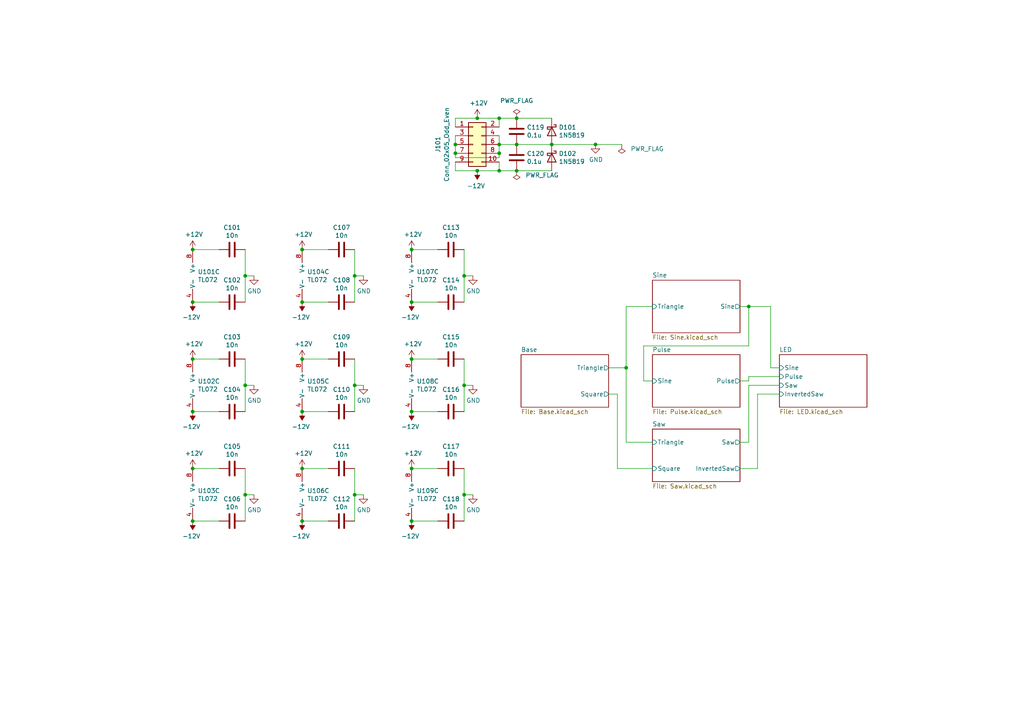
<source format=kicad_sch>
(kicad_sch (version 20211123) (generator eeschema)
  (paper "A4")
  (title_block (title "VCO") (date "2021-05-30") (rev "1.0"))
  (lib_symbols
    (symbol "Amplifier_Operational:TL072" (pin_names (offset 0.127))
      (property "Reference" "U" (at 0 5.08 0))
      (property "Value" "TL072" (at 0 -5.08 0))
      (symbol "TL072_1_1"
        (polyline (pts (xy -5.08 5.08) (xy 5.08 0) (xy -5.08 -5.08) (xy -5.08 5.08)) (stroke (width 0.254)) (fill (type background)))
        (pin output line (at 7.62 0 180) (length 2.54) (name "~") (number "1"))
        (pin input line (at -7.62 -2.54 0) (length 2.54) (name "-") (number "2"))
        (pin input line (at -7.62 2.54 0) (length 2.54) (name "+") (number "3"))
      )
      (symbol "TL072_2_1"
        (polyline (pts (xy -5.08 5.08) (xy 5.08 0) (xy -5.08 -5.08) (xy -5.08 5.08)) (stroke (width 0.254)) (fill (type background)))
        (pin input line (at -7.62 2.54 0) (length 2.54) (name "+") (number "5"))
        (pin input line (at -7.62 -2.54 0) (length 2.54) (name "-") (number "6"))
        (pin output line (at 7.62 0 180) (length 2.54) (name "~") (number "7"))
      )
      (symbol "TL072_3_1"
        (pin power_in line (at -2.54 -7.62 90) (length 3.81) (name "V-") (number "4"))
        (pin power_in line (at -2.54 7.62 270) (length 3.81) (name "V+") (number "8"))
      )
    )
    (symbol "Connector_Generic:Conn_02x05_Odd_Even" (pin_names (offset 1.016) hide)
      (property "Reference" "J" (at 1.27 7.62 0))
      (property "Value" "Conn_02x05_Odd_Even" (at 1.27 -7.62 0))
      (symbol "Conn_02x05_Odd_Even_1_1"
        (rectangle (start -1.27 -4.953) (end 0 -5.207) (stroke (width 0.1524)))
        (rectangle (start -1.27 -2.413) (end 0 -2.667) (stroke (width 0.1524)))
        (rectangle (start -1.27 0.127) (end 0 -0.127) (stroke (width 0.1524)))
        (rectangle (start -1.27 2.667) (end 0 2.413) (stroke (width 0.1524)))
        (rectangle (start -1.27 5.207) (end 0 4.953) (stroke (width 0.1524)))
        (rectangle (start -1.27 6.35) (end 3.81 -6.35) (stroke (width 0.254)) (fill (type background)))
        (rectangle (start 3.81 -4.953) (end 2.54 -5.207) (stroke (width 0.1524)))
        (rectangle (start 3.81 -2.413) (end 2.54 -2.667) (stroke (width 0.1524)))
        (rectangle (start 3.81 0.127) (end 2.54 -0.127) (stroke (width 0.1524)))
        (rectangle (start 3.81 2.667) (end 2.54 2.413) (stroke (width 0.1524)))
        (rectangle (start 3.81 5.207) (end 2.54 4.953) (stroke (width 0.1524)))
        (pin passive line (at -5.08 5.08 0) (length 3.81) (name "Pin_1") (number "1"))
        (pin passive line (at 7.62 -5.08 180) (length 3.81) (name "Pin_10") (number "10"))
        (pin passive line (at 7.62 5.08 180) (length 3.81) (name "Pin_2") (number "2"))
        (pin passive line (at -5.08 2.54 0) (length 3.81) (name "Pin_3") (number "3"))
        (pin passive line (at 7.62 2.54 180) (length 3.81) (name "Pin_4") (number "4"))
        (pin passive line (at -5.08 0 0) (length 3.81) (name "Pin_5") (number "5"))
        (pin passive line (at 7.62 0 180) (length 3.81) (name "Pin_6") (number "6"))
        (pin passive line (at -5.08 -2.54 0) (length 3.81) (name "Pin_7") (number "7"))
        (pin passive line (at 7.62 -2.54 180) (length 3.81) (name "Pin_8") (number "8"))
        (pin passive line (at -5.08 -5.08 0) (length 3.81) (name "Pin_9") (number "9"))
      )
    )
    (symbol "Device:C" (pin_numbers hide) (pin_names (offset 0.254))
      (property "Reference" "C" (at 0.635 2.54 0))
      (property "Value" "C" (at 0.635 -2.54 0))
      (symbol "C_0_1"
        (polyline (pts (xy -2.032 -0.762) (xy 2.032 -0.762)) (stroke (width 0.508)))
        (polyline (pts (xy -2.032 0.762) (xy 2.032 0.762)) (stroke (width 0.508)))
      )
      (symbol "C_1_1"
        (pin passive line (at 0 3.81 270) (length 2.794) (name "~") (number "1"))
        (pin passive line (at 0 -3.81 90) (length 2.794) (name "~") (number "2"))
      )
    )
    (symbol "Diode:1N5819" (pin_numbers hide) (pin_names (offset 1.016) hide)
      (property "Reference" "D" (at 0 2.54 0))
      (property "Value" "1N5819" (at 0 -2.54 0))
      (symbol "1N5819_0_1"
        (polyline (pts (xy 1.27 0) (xy -1.27 0)))
        (polyline (pts (xy 1.27 1.27) (xy 1.27 -1.27) (xy -1.27 0) (xy 1.27 1.27)) (stroke (width 0.254)))
        (polyline (pts (xy -1.905 0.635) (xy -1.905 1.27) (xy -1.27 1.27) (xy -1.27 -1.27) (xy -0.635 -1.27) (xy -0.635 -0.635)) (stroke (width 0.254)))
      )
      (symbol "1N5819_1_1"
        (pin passive line (at -3.81 0 0) (length 2.54) (name "K") (number "1"))
        (pin passive line (at 3.81 0 180) (length 2.54) (name "A") (number "2"))
      )
    )
    (symbol "power:+12V" (power) (pin_names (offset 0))
      (property "Value" "+12V" (at 0 3.556 0))
      (symbol "+12V_0_1"
        (polyline (pts (xy -0.762 1.27) (xy 0 2.54)))
        (polyline (pts (xy 0 0) (xy 0 2.54)))
        (polyline (pts (xy 0 2.54) (xy 0.762 1.27)))
      )
      (symbol "+12V_1_1"
        (pin power_in line (at 0 0 90) (length 0) hide (name "+12V") (number "1"))
      )
    )
    (symbol "power:-12V" (power) (pin_names (offset 0))
      (property "Value" "-12V" (at 0 3.81 0))
      (symbol "-12V_0_0"
        (pin power_in line (at 0 0 90) (length 0) hide (name "-12V") (number "1"))
      )
      (symbol "-12V_0_1"
        (polyline (pts (xy 0 0) (xy 0 1.27) (xy 0.762 1.27) (xy 0 2.54) (xy -0.762 1.27) (xy 0 1.27)) (fill (type outline)))
      )
    )
    (symbol "power:GND" (power) (pin_names (offset 0))
      (property "Value" "GND" (at 0 -3.81 0))
      (symbol "GND_0_1"
        (polyline (pts (xy 0 0) (xy 0 -1.27) (xy 1.27 -1.27) (xy 0 -2.54) (xy -1.27 -1.27) (xy 0 -1.27)))
      )
      (symbol "GND_1_1"
        (pin power_in line (at 0 0 270) (length 0) hide (name "GND") (number "1"))
      )
    )
    (symbol "power:PWR_FLAG" (power) (pin_numbers hide) (pin_names (offset 0) hide)
      (property "Value" "PWR_FLAG" (at 0 3.81 0))
      (symbol "PWR_FLAG_0_0"
        (pin power_out line (at 0 0 90) (length 0) (name "pwr") (number "1"))
      )
      (symbol "PWR_FLAG_0_1"
        (polyline (pts (xy 0 0) (xy 0 1.27) (xy -1.016 1.905) (xy 0 2.54) (xy 1.016 1.905) (xy 0 1.27)))
      )
    )
  )
  (junction (at 87.63 72.39))
  (junction (at 55.88 119.38))
  (junction (at 149.86 34.29))
  (junction (at 172.72 41.91))
  (junction (at 87.63 87.63))
  (junction (at 87.63 135.89))
  (junction (at 55.88 72.39))
  (junction (at 134.62 143.51))
  (junction (at 144.78 44.45))
  (junction (at 71.12 143.51))
  (junction (at 119.38 87.63))
  (junction (at 160.02 41.91))
  (junction (at 138.43 34.29))
  (junction (at 71.12 80.01))
  (junction (at 149.86 41.91))
  (junction (at 132.08 44.45))
  (junction (at 102.87 80.01))
  (junction (at 55.88 151.13))
  (junction (at 144.78 49.53))
  (junction (at 55.88 87.63))
  (junction (at 149.86 49.53))
  (junction (at 217.17 88.9))
  (junction (at 71.12 111.76))
  (junction (at 119.38 104.14))
  (junction (at 102.87 111.76))
  (junction (at 119.38 72.39))
  (junction (at 181.61 106.68))
  (junction (at 144.78 41.91))
  (junction (at 138.43 49.53))
  (junction (at 87.63 151.13))
  (junction (at 134.62 111.76))
  (junction (at 132.08 41.91))
  (junction (at 119.38 119.38))
  (junction (at 144.78 34.29))
  (junction (at 87.63 119.38))
  (junction (at 55.88 104.14))
  (junction (at 119.38 151.13))
  (junction (at 119.38 135.89))
  (junction (at 87.63 104.14))
  (junction (at 134.62 80.01))
  (junction (at 55.88 135.89))
  (junction (at 102.87 143.51))
  (wire (pts (xy 55.88 151.13) (xy 63.5 151.13)))
  (wire (pts (xy 214.63 135.89) (xy 219.71 135.89)))
  (wire (pts (xy 71.12 135.89) (xy 71.12 143.51)))
  (wire (pts (xy 217.17 88.9) (xy 223.52 88.9)))
  (wire (pts (xy 134.62 104.14) (xy 134.62 111.76)))
  (wire (pts (xy 134.62 80.01) (xy 137.16 80.01)))
  (wire (pts (xy 138.43 34.29) (xy 144.78 34.29)))
  (wire (pts (xy 102.87 80.01) (xy 102.87 87.63)))
  (wire (pts (xy 189.23 88.9) (xy 181.61 88.9)))
  (wire (pts (xy 144.78 41.91) (xy 144.78 44.45)))
  (wire (pts (xy 217.17 100.33) (xy 186.69 100.33)))
  (wire (pts (xy 71.12 111.76) (xy 71.12 119.38)))
  (wire (pts (xy 144.78 46.99) (xy 144.78 49.53)))
  (wire (pts (xy 160.02 41.91) (xy 172.72 41.91)))
  (wire (pts (xy 71.12 111.76) (xy 73.66 111.76)))
  (wire (pts (xy 102.87 111.76) (xy 102.87 119.38)))
  (wire (pts (xy 181.61 88.9) (xy 181.61 106.68)))
  (wire (pts (xy 176.53 114.3) (xy 179.07 114.3)))
  (wire (pts (xy 55.88 87.63) (xy 63.5 87.63)))
  (wire (pts (xy 134.62 111.76) (xy 137.16 111.76)))
  (wire (pts (xy 219.71 135.89) (xy 219.71 114.3)))
  (wire (pts (xy 149.86 34.29) (xy 160.02 34.29)))
  (wire (pts (xy 186.69 100.33) (xy 186.69 110.49)))
  (wire (pts (xy 71.12 104.14) (xy 71.12 111.76)))
  (wire (pts (xy 119.38 135.89) (xy 127 135.89)))
  (wire (pts (xy 71.12 143.51) (xy 73.66 143.51)))
  (wire (pts (xy 181.61 128.27) (xy 181.61 106.68)))
  (wire (pts (xy 214.63 110.49) (xy 217.17 110.49)))
  (wire (pts (xy 87.63 87.63) (xy 95.25 87.63)))
  (wire (pts (xy 138.43 49.53) (xy 144.78 49.53)))
  (wire (pts (xy 119.38 119.38) (xy 127 119.38)))
  (wire (pts (xy 214.63 88.9) (xy 217.17 88.9)))
  (wire (pts (xy 102.87 104.14) (xy 102.87 111.76)))
  (wire (pts (xy 102.87 72.39) (xy 102.87 80.01)))
  (wire (pts (xy 144.78 36.83) (xy 144.78 34.29)))
  (wire (pts (xy 55.88 119.38) (xy 63.5 119.38)))
  (wire (pts (xy 186.69 110.49) (xy 189.23 110.49)))
  (wire (pts (xy 223.52 88.9) (xy 223.52 106.68)))
  (wire (pts (xy 179.07 135.89) (xy 189.23 135.89)))
  (wire (pts (xy 87.63 72.39) (xy 95.25 72.39)))
  (wire (pts (xy 119.38 72.39) (xy 127 72.39)))
  (wire (pts (xy 71.12 72.39) (xy 71.12 80.01)))
  (wire (pts (xy 217.17 110.49) (xy 217.17 109.22)))
  (wire (pts (xy 172.72 41.91) (xy 180.34 41.91)))
  (wire (pts (xy 223.52 106.68) (xy 226.06 106.68)))
  (wire (pts (xy 134.62 80.01) (xy 134.62 87.63)))
  (wire (pts (xy 132.08 46.99) (xy 132.08 49.53)))
  (wire (pts (xy 55.88 135.89) (xy 63.5 135.89)))
  (wire (pts (xy 217.17 111.76) (xy 226.06 111.76)))
  (wire (pts (xy 144.78 34.29) (xy 149.86 34.29)))
  (wire (pts (xy 119.38 104.14) (xy 127 104.14)))
  (wire (pts (xy 132.08 41.91) (xy 132.08 44.45)))
  (wire (pts (xy 132.08 45.72) (xy 144.78 45.72)))
  (wire (pts (xy 87.63 151.13) (xy 95.25 151.13)))
  (wire (pts (xy 102.87 135.89) (xy 102.87 143.51)))
  (wire (pts (xy 87.63 119.38) (xy 95.25 119.38)))
  (wire (pts (xy 102.87 111.76) (xy 105.41 111.76)))
  (wire (pts (xy 217.17 109.22) (xy 226.06 109.22)))
  (wire (pts (xy 134.62 135.89) (xy 134.62 143.51)))
  (wire (pts (xy 214.63 128.27) (xy 217.17 128.27)))
  (wire (pts (xy 102.87 143.51) (xy 102.87 151.13)))
  (wire (pts (xy 179.07 114.3) (xy 179.07 135.89)))
  (wire (pts (xy 132.08 39.37) (xy 132.08 41.91)))
  (wire (pts (xy 144.78 49.53) (xy 149.86 49.53)))
  (wire (pts (xy 102.87 80.01) (xy 105.41 80.01)))
  (wire (pts (xy 134.62 143.51) (xy 137.16 143.51)))
  (wire (pts (xy 71.12 143.51) (xy 71.12 151.13)))
  (wire (pts (xy 144.78 41.91) (xy 149.86 41.91)))
  (wire (pts (xy 134.62 72.39) (xy 134.62 80.01)))
  (wire (pts (xy 132.08 34.29) (xy 138.43 34.29)))
  (wire (pts (xy 144.78 39.37) (xy 144.78 41.91)))
  (wire (pts (xy 119.38 151.13) (xy 127 151.13)))
  (wire (pts (xy 87.63 135.89) (xy 95.25 135.89)))
  (wire (pts (xy 132.08 49.53) (xy 138.43 49.53)))
  (wire (pts (xy 102.87 143.51) (xy 105.41 143.51)))
  (wire (pts (xy 71.12 80.01) (xy 71.12 87.63)))
  (wire (pts (xy 132.08 36.83) (xy 132.08 34.29)))
  (wire (pts (xy 189.23 128.27) (xy 181.61 128.27)))
  (wire (pts (xy 219.71 114.3) (xy 226.06 114.3)))
  (wire (pts (xy 132.08 44.45) (xy 132.08 45.72)))
  (wire (pts (xy 134.62 143.51) (xy 134.62 151.13)))
  (wire (pts (xy 134.62 111.76) (xy 134.62 119.38)))
  (wire (pts (xy 71.12 80.01) (xy 73.66 80.01)))
  (wire (pts (xy 87.63 104.14) (xy 95.25 104.14)))
  (wire (pts (xy 217.17 88.9) (xy 217.17 100.33)))
  (wire (pts (xy 55.88 104.14) (xy 63.5 104.14)))
  (wire (pts (xy 119.38 87.63) (xy 127 87.63)))
  (wire (pts (xy 217.17 128.27) (xy 217.17 111.76)))
  (wire (pts (xy 149.86 49.53) (xy 160.02 49.53)))
  (wire (pts (xy 55.88 72.39) (xy 63.5 72.39)))
  (wire (pts (xy 149.86 41.91) (xy 160.02 41.91)))
  (wire (pts (xy 144.78 45.72) (xy 144.78 44.45)))
  (wire (pts (xy 181.61 106.68) (xy 176.53 106.68)))
  (symbol (lib_id "Connector_Generic:Conn_02x05_Odd_Even") (at 137.16 41.91 0) (unit 1)
    (property "Reference" "J101" (at 127 41.91 90))
    (property "Value" "Conn_02x05_Odd_Even" (at 129.54 41.91 90))
    (property "Footprint" "Connector_PinHeader_2.54mm:PinHeader_2x05_P2.54mm_Vertical" (effects hide))
  )
  (symbol (lib_id "Device:C") (at 149.86 38.1 0) (unit 1)
    (property "Reference" "C119" (at 152.781 36.9316 0) (effects (justify left)))
    (property "Value" "0.1u" (at 152.781 39.243 0) (effects (justify left)))
    (property "Footprint" "Capacitor_THT:C_Disc_D5.0mm_W2.5mm_P5.00mm" (effects hide))
  )
  (symbol (lib_id "Device:C") (at 149.86 45.72 0) (unit 1)
    (property "Reference" "C120" (at 152.781 44.5516 0) (effects (justify left)))
    (property "Value" "0.1u" (at 152.781 46.863 0) (effects (justify left)))
    (property "Footprint" "Capacitor_THT:C_Disc_D5.0mm_W2.5mm_P5.00mm" (effects hide))
  )
  (symbol (lib_id "power:+12V") (at 138.43 34.29 0) (unit 1)
    (property "Reference" "#PWR0128" (effects hide))
    (property "Value" "+12V" (at 138.811 29.8958 0))
  )
  (symbol (lib_id "power:-12V") (at 138.43 49.53 180) (unit 1)
    (property "Reference" "#PWR0129" (effects hide))
    (property "Value" "-12V" (at 138.049 53.9242 0))
  )
  (symbol (lib_id "power:GND") (at 172.72 41.91 0) (unit 1)
    (property "Reference" "#PWR0130" (effects hide))
    (property "Value" "GND" (at 172.847 46.3042 0))
  )
  (symbol (lib_id "Diode:1N5819") (at 160.02 38.1 270) (unit 1)
    (property "Reference" "D101" (at 162.052 36.9316 90) (effects (justify left)))
    (property "Value" "1N5819" (at 162.052 39.243 90) (effects (justify left)))
    (property "Footprint" "Diode_THT:D_DO-41_SOD81_P10.16mm_Horizontal" (effects hide))
    (property "Datasheet" "http://www.vishay.com/docs/88525/1n5817.pdf" (effects hide))
  )
  (symbol (lib_id "Diode:1N5819") (at 160.02 45.72 270) (unit 1)
    (property "Reference" "D102" (at 162.052 44.5516 90) (effects (justify left)))
    (property "Value" "1N5819" (at 162.052 46.863 90) (effects (justify left)))
    (property "Footprint" "Diode_THT:D_DO-41_SOD81_P10.16mm_Horizontal" (effects hide))
    (property "Datasheet" "http://www.vishay.com/docs/88525/1n5817.pdf" (effects hide))
  )
  (symbol (lib_id "Amplifier_Operational:TL072") (at 58.42 80.01 0) (unit 3)
    (property "Reference" "U101" (at 57.3532 78.8416 0) (effects (justify left)))
    (property "Value" "TL072" (at 57.3532 81.153 0) (effects (justify left)))
    (property "Footprint" "Package_DIP:DIP-8_W7.62mm_Socket" (effects hide))
    (property "Datasheet" "http://www.ti.com/lit/ds/symlink/tl071.pdf" (effects hide))
  )
  (symbol (lib_id "Device:C") (at 67.31 72.39 90) (unit 1)
    (property "Reference" "C101" (at 67.31 65.9892 90))
    (property "Value" "10n" (at 67.31 68.3006 90))
    (property "Footprint" "Capacitor_THT:C_Disc_D5.0mm_W2.5mm_P5.00mm" (effects hide))
  )
  (symbol (lib_id "power:-12V") (at 55.88 87.63 180) (unit 1)
    (property "Reference" "#PWR0102" (effects hide))
    (property "Value" "-12V" (at 55.499 92.0242 0))
  )
  (symbol (lib_id "Amplifier_Operational:TL072") (at 121.92 80.01 0) (unit 3)
    (property "Reference" "U107" (at 120.8532 78.8416 0) (effects (justify left)))
    (property "Value" "TL072" (at 120.8532 81.153 0) (effects (justify left)))
    (property "Footprint" "Package_DIP:DIP-8_W7.62mm_Socket" (effects hide))
    (property "Datasheet" "http://www.ti.com/lit/ds/symlink/tl071.pdf" (effects hide))
  )
  (symbol (lib_id "Device:C") (at 130.81 72.39 90) (unit 1)
    (property "Reference" "C113" (at 130.81 65.9892 90))
    (property "Value" "10n" (at 130.81 68.3006 90))
    (property "Footprint" "Capacitor_THT:C_Disc_D5.0mm_W2.5mm_P5.00mm" (effects hide))
  )
  (symbol (lib_id "power:-12V") (at 119.38 87.63 180) (unit 1)
    (property "Reference" "#PWR0120" (effects hide))
    (property "Value" "-12V" (at 118.999 92.0242 0))
  )
  (symbol (lib_id "power:+12V") (at 119.38 72.39 0) (unit 1)
    (property "Reference" "#PWR0119" (effects hide))
    (property "Value" "+12V" (at 119.761 67.9958 0))
  )
  (symbol (lib_id "Device:C") (at 130.81 87.63 90) (unit 1)
    (property "Reference" "C114" (at 130.81 81.2292 90))
    (property "Value" "10n" (at 130.81 83.5406 90))
    (property "Footprint" "Capacitor_THT:C_Disc_D5.0mm_W2.5mm_P5.00mm" (effects hide))
  )
  (symbol (lib_id "power:GND") (at 137.16 80.01 0) (unit 1)
    (property "Reference" "#PWR0125" (effects hide))
    (property "Value" "GND" (at 137.287 84.4042 0))
  )
  (symbol (lib_id "Amplifier_Operational:TL072") (at 121.92 111.76 0) (unit 3)
    (property "Reference" "U108" (at 120.8532 110.5916 0) (effects (justify left)))
    (property "Value" "TL072" (at 120.8532 112.903 0) (effects (justify left)))
    (property "Footprint" "Package_DIP:DIP-8_W7.62mm_Socket" (effects hide))
    (property "Datasheet" "http://www.ti.com/lit/ds/symlink/tl071.pdf" (effects hide))
  )
  (symbol (lib_id "Device:C") (at 130.81 104.14 90) (unit 1)
    (property "Reference" "C115" (at 130.81 97.7392 90))
    (property "Value" "10n" (at 130.81 100.0506 90))
    (property "Footprint" "Capacitor_THT:C_Disc_D5.0mm_W2.5mm_P5.00mm" (effects hide))
  )
  (symbol (lib_id "power:-12V") (at 119.38 119.38 180) (unit 1)
    (property "Reference" "#PWR0122" (effects hide))
    (property "Value" "-12V" (at 118.999 123.7742 0))
  )
  (symbol (lib_id "power:+12V") (at 119.38 104.14 0) (unit 1)
    (property "Reference" "#PWR0121" (effects hide))
    (property "Value" "+12V" (at 119.761 99.7458 0))
  )
  (symbol (lib_id "Device:C") (at 130.81 119.38 90) (unit 1)
    (property "Reference" "C116" (at 130.81 112.9792 90))
    (property "Value" "10n" (at 130.81 115.2906 90))
    (property "Footprint" "Capacitor_THT:C_Disc_D5.0mm_W2.5mm_P5.00mm" (effects hide))
  )
  (symbol (lib_id "power:GND") (at 137.16 111.76 0) (unit 1)
    (property "Reference" "#PWR0126" (effects hide))
    (property "Value" "GND" (at 137.287 116.1542 0))
  )
  (symbol (lib_id "Amplifier_Operational:TL072") (at 121.92 143.51 0) (unit 3)
    (property "Reference" "U109" (at 120.8532 142.3416 0) (effects (justify left)))
    (property "Value" "TL072" (at 120.8532 144.653 0) (effects (justify left)))
    (property "Footprint" "Package_DIP:DIP-8_W7.62mm_Socket" (effects hide))
    (property "Datasheet" "http://www.ti.com/lit/ds/symlink/tl071.pdf" (effects hide))
  )
  (symbol (lib_id "Device:C") (at 130.81 135.89 90) (unit 1)
    (property "Reference" "C117" (at 130.81 129.4892 90))
    (property "Value" "10n" (at 130.81 131.8006 90))
    (property "Footprint" "Capacitor_THT:C_Disc_D5.0mm_W2.5mm_P5.00mm" (effects hide))
  )
  (symbol (lib_id "power:-12V") (at 119.38 151.13 180) (unit 1)
    (property "Reference" "#PWR0124" (effects hide))
    (property "Value" "-12V" (at 118.999 155.5242 0))
  )
  (symbol (lib_id "power:+12V") (at 119.38 135.89 0) (unit 1)
    (property "Reference" "#PWR0123" (effects hide))
    (property "Value" "+12V" (at 119.761 131.4958 0))
  )
  (symbol (lib_id "Device:C") (at 130.81 151.13 90) (unit 1)
    (property "Reference" "C118" (at 130.81 144.7292 90))
    (property "Value" "10n" (at 130.81 147.0406 90))
    (property "Footprint" "Capacitor_THT:C_Disc_D5.0mm_W2.5mm_P5.00mm" (effects hide))
  )
  (symbol (lib_id "power:GND") (at 137.16 143.51 0) (unit 1)
    (property "Reference" "#PWR0127" (effects hide))
    (property "Value" "GND" (at 137.287 147.9042 0))
  )
  (symbol (lib_id "power:+12V") (at 55.88 72.39 0) (unit 1)
    (property "Reference" "#PWR0101" (effects hide))
    (property "Value" "+12V" (at 56.261 67.9958 0))
  )
  (symbol (lib_id "Device:C") (at 67.31 87.63 90) (unit 1)
    (property "Reference" "C102" (at 67.31 81.2292 90))
    (property "Value" "10n" (at 67.31 83.5406 90))
    (property "Footprint" "Capacitor_THT:C_Disc_D5.0mm_W2.5mm_P5.00mm" (effects hide))
  )
  (symbol (lib_id "power:GND") (at 73.66 80.01 0) (unit 1)
    (property "Reference" "#PWR0107" (effects hide))
    (property "Value" "GND" (at 73.787 84.4042 0))
  )
  (symbol (lib_id "Amplifier_Operational:TL072") (at 58.42 143.51 0) (unit 3)
    (property "Reference" "U103" (at 57.3532 142.3416 0) (effects (justify left)))
    (property "Value" "TL072" (at 57.3532 144.653 0) (effects (justify left)))
    (property "Footprint" "Package_DIP:DIP-8_W7.62mm_Socket" (effects hide))
    (property "Datasheet" "http://www.ti.com/lit/ds/symlink/tl071.pdf" (effects hide))
  )
  (symbol (lib_id "Device:C") (at 67.31 135.89 90) (unit 1)
    (property "Reference" "C105" (at 67.31 129.4892 90))
    (property "Value" "10n" (at 67.31 131.8006 90))
    (property "Footprint" "Capacitor_THT:C_Disc_D5.0mm_W2.5mm_P5.00mm" (effects hide))
  )
  (symbol (lib_id "power:-12V") (at 55.88 151.13 180) (unit 1)
    (property "Reference" "#PWR0106" (effects hide))
    (property "Value" "-12V" (at 55.499 155.5242 0))
  )
  (symbol (lib_id "power:+12V") (at 55.88 135.89 0) (unit 1)
    (property "Reference" "#PWR0105" (effects hide))
    (property "Value" "+12V" (at 56.261 131.4958 0))
  )
  (symbol (lib_id "Device:C") (at 67.31 151.13 90) (unit 1)
    (property "Reference" "C106" (at 67.31 144.7292 90))
    (property "Value" "10n" (at 67.31 147.0406 90))
    (property "Footprint" "Capacitor_THT:C_Disc_D5.0mm_W2.5mm_P5.00mm" (effects hide))
  )
  (symbol (lib_id "power:GND") (at 73.66 143.51 0) (unit 1)
    (property "Reference" "#PWR0109" (effects hide))
    (property "Value" "GND" (at 73.787 147.9042 0))
  )
  (symbol (lib_id "Amplifier_Operational:TL072") (at 90.17 80.01 0) (unit 3)
    (property "Reference" "U104" (at 89.1032 78.8416 0) (effects (justify left)))
    (property "Value" "TL072" (at 89.1032 81.153 0) (effects (justify left)))
    (property "Footprint" "Package_DIP:DIP-8_W7.62mm_Socket" (effects hide))
    (property "Datasheet" "http://www.ti.com/lit/ds/symlink/tl071.pdf" (effects hide))
  )
  (symbol (lib_id "Device:C") (at 99.06 72.39 90) (unit 1)
    (property "Reference" "C107" (at 99.06 65.9892 90))
    (property "Value" "10n" (at 99.06 68.3006 90))
    (property "Footprint" "Capacitor_THT:C_Disc_D5.0mm_W2.5mm_P5.00mm" (effects hide))
  )
  (symbol (lib_id "power:-12V") (at 87.63 87.63 180) (unit 1)
    (property "Reference" "#PWR0111" (effects hide))
    (property "Value" "-12V" (at 87.249 92.0242 0))
  )
  (symbol (lib_id "power:+12V") (at 87.63 72.39 0) (unit 1)
    (property "Reference" "#PWR0110" (effects hide))
    (property "Value" "+12V" (at 88.011 67.9958 0))
  )
  (symbol (lib_id "Device:C") (at 99.06 87.63 90) (unit 1)
    (property "Reference" "C108" (at 99.06 81.2292 90))
    (property "Value" "10n" (at 99.06 83.5406 90))
    (property "Footprint" "Capacitor_THT:C_Disc_D5.0mm_W2.5mm_P5.00mm" (effects hide))
  )
  (symbol (lib_id "power:GND") (at 105.41 80.01 0) (unit 1)
    (property "Reference" "#PWR0116" (effects hide))
    (property "Value" "GND" (at 105.537 84.4042 0))
  )
  (symbol (lib_id "Amplifier_Operational:TL072") (at 90.17 111.76 0) (unit 3)
    (property "Reference" "U105" (at 89.1032 110.5916 0) (effects (justify left)))
    (property "Value" "TL072" (at 89.1032 112.903 0) (effects (justify left)))
    (property "Footprint" "Package_DIP:DIP-8_W7.62mm_Socket" (effects hide))
    (property "Datasheet" "http://www.ti.com/lit/ds/symlink/tl071.pdf" (effects hide))
  )
  (symbol (lib_id "Device:C") (at 99.06 104.14 90) (unit 1)
    (property "Reference" "C109" (at 99.06 97.7392 90))
    (property "Value" "10n" (at 99.06 100.0506 90))
    (property "Footprint" "Capacitor_THT:C_Disc_D5.0mm_W2.5mm_P5.00mm" (effects hide))
  )
  (symbol (lib_id "power:-12V") (at 87.63 119.38 180) (unit 1)
    (property "Reference" "#PWR0113" (effects hide))
    (property "Value" "-12V" (at 87.249 123.7742 0))
  )
  (symbol (lib_id "power:+12V") (at 87.63 104.14 0) (unit 1)
    (property "Reference" "#PWR0112" (effects hide))
    (property "Value" "+12V" (at 88.011 99.7458 0))
  )
  (symbol (lib_id "Device:C") (at 99.06 119.38 90) (unit 1)
    (property "Reference" "C110" (at 99.06 112.9792 90))
    (property "Value" "10n" (at 99.06 115.2906 90))
    (property "Footprint" "Capacitor_THT:C_Disc_D5.0mm_W2.5mm_P5.00mm" (effects hide))
  )
  (symbol (lib_id "power:GND") (at 105.41 111.76 0) (unit 1)
    (property "Reference" "#PWR0117" (effects hide))
    (property "Value" "GND" (at 105.537 116.1542 0))
  )
  (symbol (lib_id "Amplifier_Operational:TL072") (at 90.17 143.51 0) (unit 3)
    (property "Reference" "U106" (at 89.1032 142.3416 0) (effects (justify left)))
    (property "Value" "TL072" (at 89.1032 144.653 0) (effects (justify left)))
    (property "Footprint" "Package_DIP:DIP-8_W7.62mm_Socket" (effects hide))
    (property "Datasheet" "http://www.ti.com/lit/ds/symlink/tl071.pdf" (effects hide))
  )
  (symbol (lib_id "Device:C") (at 99.06 135.89 90) (unit 1)
    (property "Reference" "C111" (at 99.06 129.4892 90))
    (property "Value" "10n" (at 99.06 131.8006 90))
    (property "Footprint" "Capacitor_THT:C_Disc_D5.0mm_W2.5mm_P5.00mm" (effects hide))
  )
  (symbol (lib_id "power:-12V") (at 87.63 151.13 180) (unit 1)
    (property "Reference" "#PWR0115" (effects hide))
    (property "Value" "-12V" (at 87.249 155.5242 0))
  )
  (symbol (lib_id "power:+12V") (at 87.63 135.89 0) (unit 1)
    (property "Reference" "#PWR0114" (effects hide))
    (property "Value" "+12V" (at 88.011 131.4958 0))
  )
  (symbol (lib_id "Device:C") (at 99.06 151.13 90) (unit 1)
    (property "Reference" "C112" (at 99.06 144.7292 90))
    (property "Value" "10n" (at 99.06 147.0406 90))
    (property "Footprint" "Capacitor_THT:C_Disc_D5.0mm_W2.5mm_P5.00mm" (effects hide))
  )
  (symbol (lib_id "power:GND") (at 105.41 143.51 0) (unit 1)
    (property "Reference" "#PWR0118" (effects hide))
    (property "Value" "GND" (at 105.537 147.9042 0))
  )
  (symbol (lib_id "Amplifier_Operational:TL072") (at 58.42 111.76 0) (unit 3)
    (property "Reference" "U102" (at 57.3532 110.5916 0) (effects (justify left)))
    (property "Value" "TL072" (at 57.3532 112.903 0) (effects (justify left)))
    (property "Footprint" "Package_DIP:DIP-8_W7.62mm_Socket" (effects hide))
    (property "Datasheet" "http://www.ti.com/lit/ds/symlink/tl071.pdf" (effects hide))
  )
  (symbol (lib_id "Device:C") (at 67.31 104.14 90) (unit 1)
    (property "Reference" "C103" (at 67.31 97.7392 90))
    (property "Value" "10n" (at 67.31 100.0506 90))
    (property "Footprint" "Capacitor_THT:C_Disc_D5.0mm_W2.5mm_P5.00mm" (effects hide))
  )
  (symbol (lib_id "power:-12V") (at 55.88 119.38 180) (unit 1)
    (property "Reference" "#PWR0104" (effects hide))
    (property "Value" "-12V" (at 55.499 123.7742 0))
  )
  (symbol (lib_id "power:+12V") (at 55.88 104.14 0) (unit 1)
    (property "Reference" "#PWR0103" (effects hide))
    (property "Value" "+12V" (at 56.261 99.7458 0))
  )
  (symbol (lib_id "Device:C") (at 67.31 119.38 90) (unit 1)
    (property "Reference" "C104" (at 67.31 112.9792 90))
    (property "Value" "10n" (at 67.31 115.2906 90))
    (property "Footprint" "Capacitor_THT:C_Disc_D5.0mm_W2.5mm_P5.00mm" (effects hide))
  )
  (symbol (lib_id "power:GND") (at 73.66 111.76 0) (unit 1)
    (property "Reference" "#PWR0108" (effects hide))
    (property "Value" "GND" (at 73.787 116.1542 0))
  )
  (symbol (lib_id "power:PWR_FLAG") (at 180.34 41.91 180) (unit 1)
    (property "Reference" "#FLG03" (effects hide))
    (property "Value" "PWR_FLAG" (at 182.88 43.1799 0) (effects (justify right)))
  )
  (symbol (lib_id "power:PWR_FLAG") (at 149.86 34.29 0) (unit 1)
    (property "Reference" "#FLG01" (effects hide))
    (property "Value" "PWR_FLAG" (at 149.86 29.21 0))
  )
  (symbol (lib_id "power:PWR_FLAG") (at 149.86 49.53 180) (unit 1)
    (property "Reference" "#FLG02" (effects hide))
    (property "Value" "PWR_FLAG" (at 152.4 50.7999 0) (effects (justify right)))
  )
  (sheet (at 226.06 102.87) (size 25.4 15.24)
    (property "Sheet name" "LED" (at 226.06 102.1584 0) (effects (justify left bottom)))
    (property "Sheet file" "LED.kicad_sch" (at 226.06 118.6946 0) (effects (justify left top)))
    (pin "Sine" input (at 226.06 106.68 180))
    (pin "Pulse" input (at 226.06 109.22 180))
    (pin "Saw" input (at 226.06 111.76 180))
    (pin "InvertedSaw" input (at 226.06 114.3 180))
  )
  (sheet (at 189.23 81.28) (size 25.4 15.24)
    (property "Sheet name" "Sine" (at 189.23 80.5684 0) (effects (justify left bottom)))
    (property "Sheet file" "Sine.kicad_sch" (at 189.23 97.1046 0) (effects (justify left top)))
    (pin "Triangle" input (at 189.23 88.9 180))
    (pin "Sine" output (at 214.63 88.9 0))
  )
  (sheet (at 189.23 102.87) (size 25.4 15.24)
    (property "Sheet name" "Pulse" (at 189.23 102.1584 0) (effects (justify left bottom)))
    (property "Sheet file" "Pulse.kicad_sch" (at 189.23 118.6946 0) (effects (justify left top)))
    (pin "Sine" input (at 189.23 110.49 180))
    (pin "Pulse" output (at 214.63 110.49 0))
  )
  (sheet (at 189.23 124.46) (size 25.4 15.24)
    (property "Sheet name" "Saw" (at 189.23 123.7484 0) (effects (justify left bottom)))
    (property "Sheet file" "Saw.kicad_sch" (at 189.23 140.2846 0) (effects (justify left top)))
    (pin "Triangle" input (at 189.23 128.27 180))
    (pin "Square" input (at 189.23 135.89 180))
    (pin "InvertedSaw" output (at 214.63 135.89 0))
    (pin "Saw" output (at 214.63 128.27 0))
  )
  (sheet (at 151.13 102.87) (size 25.4 15.24)
    (property "Sheet name" "Base" (at 151.13 102.1584 0) (effects (justify left bottom)))
    (property "Sheet file" "Base.kicad_sch" (at 151.13 118.6946 0) (effects (justify left top)))
    (pin "Square" output (at 176.53 114.3 0))
    (pin "Triangle" output (at 176.53 106.68 0))
  )
)
</source>
